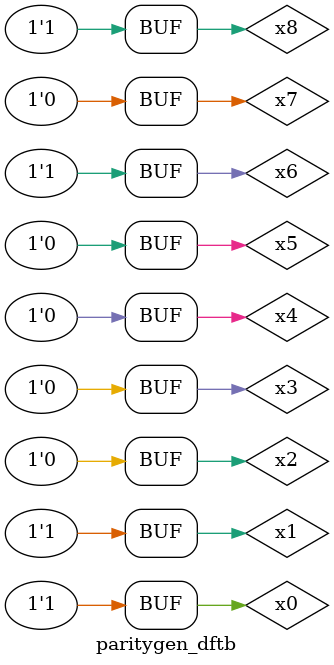
<source format=v>
`timescale 1ns / 1ps


module paritygen_dftb();
reg x0,x1,x2,x3,x4,x5,x6,x7,x8;
wire ep,op;
parity_gendf uut(.x0(x0),.x1(x0),.x2(x2),.x3(x3),.x4(x4),.x5(x5),.x6(x6),.x7(x7),.x8(x8),.ep(ep),.op(op));
initial begin
x0=9'b000000111;#10;
x1=9'b000000001;#10;
x2=9'b000000010;#10;
x3=9'b000000110;#10;
x4=9'b110000000;#10;
x5=9'b111000000;#10;
x6=9'b100000001;#10;
x7=9'b010000010;#10;
x8=9'b111110001;#10;
end
endmodule

</source>
